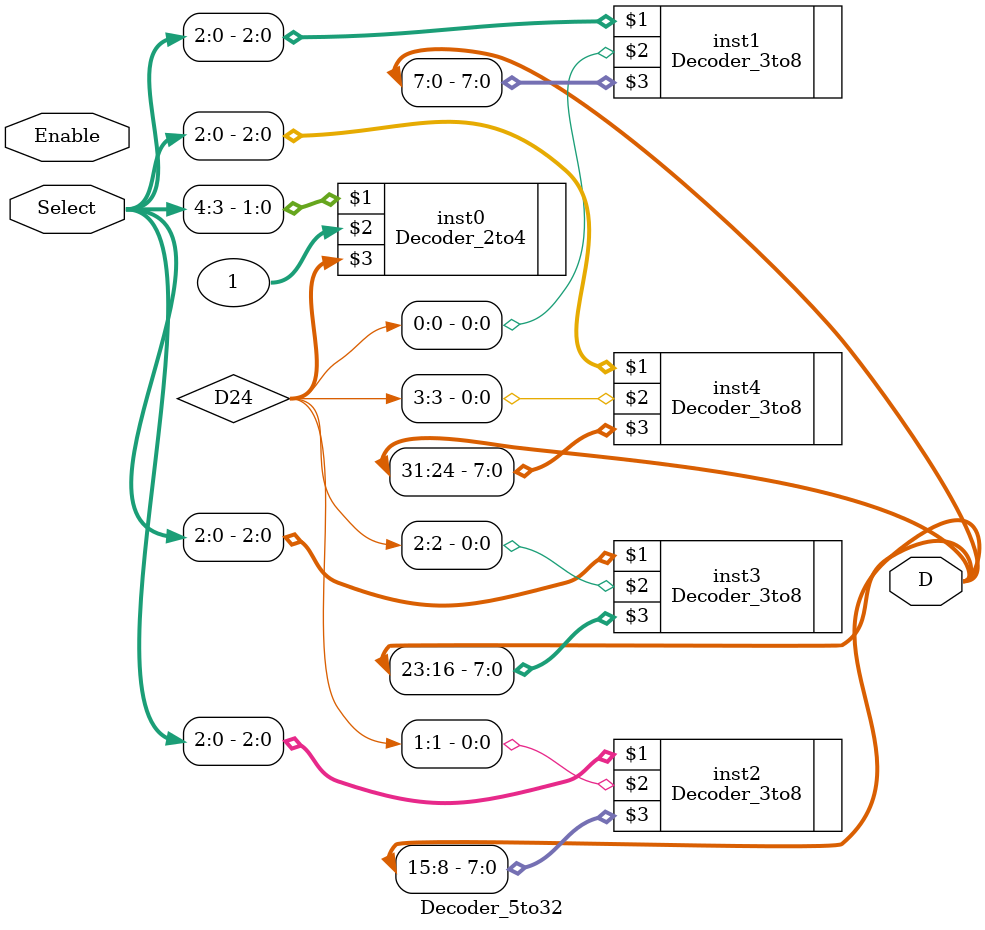
<source format=v>
module Decoder_5to32(Select, Enable, D);
//define_IO
	input [4:0] Select;
	input Enable;
	output [31:0] D;
	
//define_wire/reg
	wire [3:0] D24;
	
//body
	Decoder_2to4 inst0 (Select[4:3], 1, D24[3:0]);
	Decoder_3to8 inst1 (Select[2:0], D24[0], D[7:0]);
	Decoder_3to8 inst2 (Select[2:0], D24[1], D[15:8]);
	Decoder_3to8 inst3 (Select[2:0], D24[2], D[23:16]);
	Decoder_3to8 inst4 (Select[2:0], D24[3], D[31:24]);
	
endmodule

</source>
